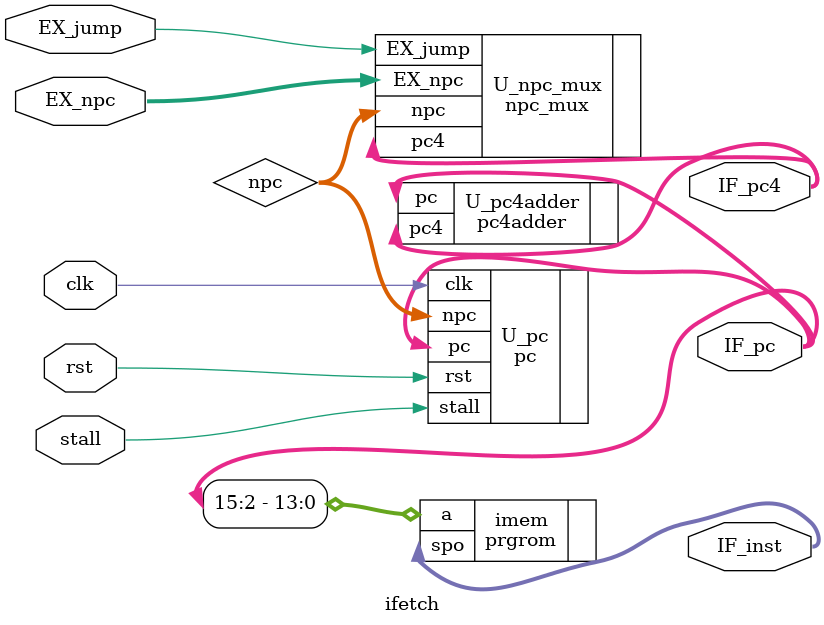
<source format=v>
`timescale 1ns / 1ps


module ifetch(
    input wire clk,
    input wire rst,
    input wire stall,
    input wire [31:0] EX_npc,
    input wire EX_jump,
    output wire [31:0] IF_inst,
    output wire [31:0] IF_pc4,
    output wire [31:0] IF_pc
    );
    
    wire [31:0] npc;

    npc_mux U_npc_mux(
        .EX_npc (EX_npc),
        .EX_jump (EX_jump),
        .pc4 (IF_pc4),

        .npc (npc)
    );

    pc U_pc(
        .clk (clk),
        .rst (rst),
        .npc (npc),
        .stall (stall),
        .pc  (IF_pc)
    // input wire clk, 
    // input wire rst,
    // input wire [31:0] npc,

    // output reg [31:0] pc
    );

    pc4adder U_pc4adder (
        .pc (IF_pc),
        .pc4 (IF_pc4)
    // input wire [31:0] pc,

    // output wire [31:0] pc4

    );

     prgrom imem(
//    inst_mem imem(
        .a (IF_pc[15:2]),
        .spo (IF_inst)
    );


endmodule

</source>
